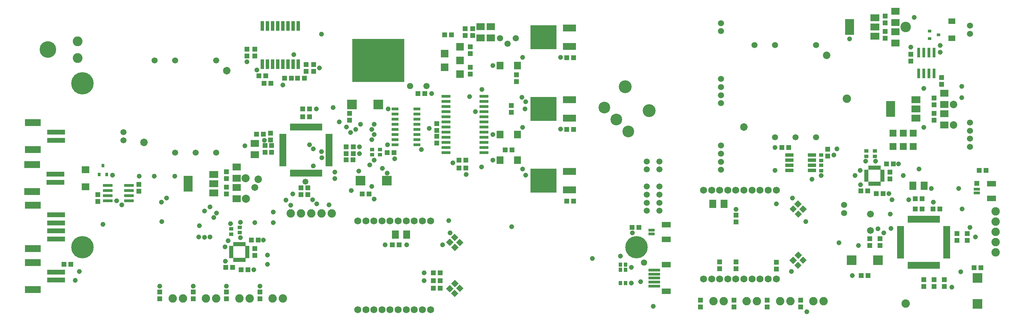
<source format=gts>
G75*
G70*
%OFA0B0*%
%FSLAX24Y24*%
%IPPOS*%
%LPD*%
%AMOC8*
5,1,8,0,0,1.08239X$1,22.5*
%
%ADD10R,0.0198X0.0671*%
%ADD11R,0.0671X0.0198*%
%ADD12C,0.0820*%
%ADD13R,0.0513X0.0513*%
%ADD14R,0.0789X0.0710*%
%ADD15R,0.0513X0.0474*%
%ADD16R,0.0966X0.0966*%
%ADD17R,0.0860X0.0290*%
%ADD18R,0.0678X0.0722*%
%ADD19R,0.1261X0.0710*%
%ADD20R,0.2550X0.2360*%
%ADD21C,0.1261*%
%ADD22C,0.1145*%
%ADD23R,0.1143X0.0316*%
%ADD24R,0.0867X0.0552*%
%ADD25R,0.0356X0.0434*%
%ADD26C,0.0680*%
%ADD27R,0.0513X0.0513*%
%ADD28R,0.0710X0.0789*%
%ADD29R,0.0218X0.0415*%
%ADD30R,0.0395X0.0218*%
%ADD31R,0.1537X0.0671*%
%ADD32R,0.1734X0.0513*%
%ADD33R,0.0434X0.0356*%
%ADD34C,0.0595*%
%ADD35C,0.0730*%
%ADD36C,0.0954*%
%ADD37C,0.1619*%
%ADD38R,0.0336X0.0966*%
%ADD39R,0.0690X0.0316*%
%ADD40R,0.0946X0.0316*%
%ADD41R,0.0730X0.0730*%
%ADD42C,0.2030*%
%ADD43R,0.5080X0.4230*%
%ADD44R,0.0316X0.0336*%
%ADD45R,0.0722X0.0678*%
%ADD46R,0.0870X0.0670*%
%ADD47R,0.0870X0.1580*%
%ADD48R,0.0611X0.0316*%
%ADD49C,0.0580*%
%ADD50C,0.2180*%
%ADD51R,0.0474X0.0513*%
%ADD52R,0.0336X0.0316*%
%ADD53R,0.0659X0.0580*%
%ADD54R,0.0674X0.0674*%
%ADD55R,0.0316X0.0946*%
%ADD56R,0.0789X0.0336*%
%ADD57C,0.0476*%
%ADD58C,0.0611*%
%ADD59C,0.0789*%
%ADD60C,0.0671*%
%ADD61C,0.1025*%
%ADD62R,0.0476X0.0476*%
D10*
X026477Y014459D03*
X026674Y014459D03*
X026870Y014459D03*
X027067Y014459D03*
X027264Y014459D03*
X027461Y014459D03*
X027658Y014459D03*
X027855Y014459D03*
X028052Y014459D03*
X028248Y014459D03*
X028445Y014459D03*
X028642Y014459D03*
X028839Y014459D03*
X029036Y014459D03*
X029233Y014459D03*
X029430Y014459D03*
X029430Y018948D03*
X029233Y018948D03*
X029036Y018948D03*
X028839Y018948D03*
X028642Y018948D03*
X028445Y018948D03*
X028248Y018948D03*
X028052Y018948D03*
X027855Y018948D03*
X027658Y018948D03*
X027461Y018948D03*
X027264Y018948D03*
X027067Y018948D03*
X026870Y018948D03*
X026674Y018948D03*
X026477Y018948D03*
X086677Y009948D03*
X086874Y009948D03*
X087070Y009948D03*
X087267Y009948D03*
X087464Y009948D03*
X087661Y009948D03*
X087858Y009948D03*
X088055Y009948D03*
X088252Y009948D03*
X088448Y009948D03*
X088645Y009948D03*
X088842Y009948D03*
X089039Y009948D03*
X089236Y009948D03*
X089433Y009948D03*
X089630Y009948D03*
X089630Y005459D03*
X089433Y005459D03*
X089236Y005459D03*
X089039Y005459D03*
X088842Y005459D03*
X088645Y005459D03*
X088448Y005459D03*
X088252Y005459D03*
X088055Y005459D03*
X087858Y005459D03*
X087661Y005459D03*
X087464Y005459D03*
X087267Y005459D03*
X087070Y005459D03*
X086874Y005459D03*
X086677Y005459D03*
D11*
X085909Y006227D03*
X085909Y006424D03*
X085909Y006621D03*
X085909Y006818D03*
X085909Y007015D03*
X085909Y007211D03*
X085909Y007408D03*
X085909Y007605D03*
X085909Y007802D03*
X085909Y007999D03*
X085909Y008196D03*
X085909Y008393D03*
X085909Y008589D03*
X085909Y008786D03*
X085909Y008983D03*
X085909Y009180D03*
X090397Y009180D03*
X090397Y008983D03*
X090397Y008786D03*
X090397Y008589D03*
X090397Y008393D03*
X090397Y008196D03*
X090397Y007999D03*
X090397Y007802D03*
X090397Y007605D03*
X090397Y007408D03*
X090397Y007211D03*
X090397Y007015D03*
X090397Y006818D03*
X090397Y006621D03*
X090397Y006424D03*
X090397Y006227D03*
X030197Y015227D03*
X030197Y015424D03*
X030197Y015621D03*
X030197Y015818D03*
X030197Y016015D03*
X030197Y016211D03*
X030197Y016408D03*
X030197Y016605D03*
X030197Y016802D03*
X030197Y016999D03*
X030197Y017196D03*
X030197Y017393D03*
X030197Y017589D03*
X030197Y017786D03*
X030197Y017983D03*
X030197Y018180D03*
X025709Y018180D03*
X025709Y017983D03*
X025709Y017786D03*
X025709Y017589D03*
X025709Y017393D03*
X025709Y017196D03*
X025709Y016999D03*
X025709Y016802D03*
X025709Y016605D03*
X025709Y016408D03*
X025709Y016211D03*
X025709Y016015D03*
X025709Y015818D03*
X025709Y015621D03*
X025709Y015424D03*
X025709Y015227D03*
D12*
X026453Y010504D03*
X027453Y010504D03*
X028453Y010504D03*
X029453Y010504D03*
X030453Y010504D03*
X025703Y002204D03*
X024703Y002204D03*
X022453Y002204D03*
X021453Y002204D03*
X019203Y002204D03*
X018203Y002204D03*
X015953Y002204D03*
X014953Y002204D03*
X067653Y001954D03*
X068653Y001954D03*
X070903Y001954D03*
X071903Y001954D03*
X074153Y001954D03*
X075153Y001954D03*
X077403Y001954D03*
X078403Y001954D03*
X086403Y001704D03*
X095153Y006704D03*
X095153Y007704D03*
X095153Y008704D03*
X095153Y009704D03*
X095153Y010704D03*
X080653Y021704D03*
D13*
X089903Y023119D03*
X089903Y023788D03*
X086903Y025369D03*
X086903Y026038D03*
X084403Y027619D03*
X084403Y028288D03*
X084403Y029119D03*
X084403Y029788D03*
X054038Y025704D03*
X053369Y025704D03*
X048453Y024038D03*
X048453Y023369D03*
X043953Y024119D03*
X043953Y024788D03*
X043953Y026119D03*
X043953Y026788D03*
X044203Y027869D03*
X043453Y027869D03*
X043453Y028538D03*
X044203Y028538D03*
X042138Y027954D03*
X041469Y027954D03*
X028703Y025038D03*
X027953Y025038D03*
X027953Y024369D03*
X028703Y024369D03*
X027788Y023704D03*
X027119Y023704D03*
X026538Y023704D03*
X025869Y023704D03*
X024538Y023204D03*
X023869Y023204D03*
X024038Y023954D03*
X023369Y023954D03*
X022953Y025869D03*
X022203Y025869D03*
X022203Y026538D03*
X022953Y026538D03*
X038869Y022204D03*
X039538Y022204D03*
X032203Y020288D03*
X032203Y019619D03*
X028288Y019954D03*
X027619Y019954D03*
X027619Y020704D03*
X028288Y020704D03*
X024503Y018338D03*
X023788Y018254D03*
X023119Y018254D03*
X024503Y017669D03*
X024603Y017138D03*
X023953Y017138D03*
X023953Y016469D03*
X024603Y016469D03*
X020203Y014588D03*
X020203Y013919D03*
X020203Y013088D03*
X020203Y012419D03*
X027469Y012354D03*
X028138Y012354D03*
X028138Y013004D03*
X027469Y013004D03*
X033419Y012404D03*
X034088Y012404D03*
X042869Y014954D03*
X043538Y014954D03*
X043538Y015704D03*
X042869Y015704D03*
X040703Y017369D03*
X040703Y018038D03*
X040703Y018619D03*
X040703Y019288D03*
X047953Y020369D03*
X047953Y021038D03*
X053369Y018704D03*
X054038Y018704D03*
X048038Y016704D03*
X047369Y016704D03*
X036538Y016454D03*
X035869Y016454D03*
X032553Y016349D03*
X031853Y016349D03*
X031853Y017018D03*
X032553Y017018D03*
X011653Y013338D03*
X011653Y012669D03*
X007653Y012338D03*
X007653Y011669D03*
X022619Y007904D03*
X023288Y007904D03*
X022953Y007088D03*
X022953Y006419D03*
X020788Y005254D03*
X020119Y005254D03*
X021619Y005004D03*
X022288Y005004D03*
X023453Y002838D03*
X023453Y002169D03*
X020203Y002169D03*
X020203Y002838D03*
X016953Y002838D03*
X016953Y002169D03*
X013703Y002169D03*
X013703Y002838D03*
X005038Y005554D03*
X004369Y005554D03*
X036369Y007454D03*
X037038Y007454D03*
X040369Y004704D03*
X041038Y004704D03*
X041038Y003954D03*
X040369Y003954D03*
X040369Y003204D03*
X041038Y003204D03*
X059719Y009154D03*
X060388Y009154D03*
X054038Y011704D03*
X053369Y011704D03*
X069853Y010338D03*
X069853Y009669D03*
X069853Y005788D03*
X069853Y005119D03*
X068253Y005119D03*
X068253Y005788D03*
X073803Y005738D03*
X073803Y005069D03*
X072903Y002038D03*
X072903Y001369D03*
X069653Y001369D03*
X069653Y002038D03*
X066403Y002038D03*
X066403Y001369D03*
X076153Y001369D03*
X076153Y002038D03*
X082069Y004454D03*
X082738Y004454D03*
X089153Y004038D03*
X090153Y004038D03*
X090153Y003369D03*
X089153Y003369D03*
X093069Y005204D03*
X093738Y005204D03*
X092403Y007869D03*
X091403Y007869D03*
X091403Y008538D03*
X092403Y008538D03*
X089738Y010954D03*
X089069Y010954D03*
X087988Y010954D03*
X087319Y010954D03*
X087319Y011954D03*
X087988Y011954D03*
X084188Y012454D03*
X083519Y012454D03*
X082688Y012704D03*
X082019Y012704D03*
X084853Y013869D03*
X084853Y014538D03*
X084519Y015354D03*
X085188Y015354D03*
X078803Y016119D03*
X078803Y016788D03*
X074988Y016954D03*
X074319Y016954D03*
X093569Y014704D03*
X094238Y014704D03*
X083903Y008038D03*
X082903Y008038D03*
X082903Y007369D03*
X083903Y007369D03*
D14*
X090153Y019152D03*
X090153Y020255D03*
X090153Y021152D03*
X090153Y022255D03*
X085403Y027152D03*
X085403Y028255D03*
X085403Y029152D03*
X085403Y030255D03*
X045953Y028755D03*
X044953Y028755D03*
X044953Y027652D03*
X045953Y027652D03*
X022953Y017355D03*
X022953Y016252D03*
X021203Y015055D03*
X021203Y013952D03*
X021203Y013055D03*
X021203Y011952D03*
D15*
X031869Y015754D03*
X032538Y015754D03*
D16*
X033274Y013704D03*
X035833Y013704D03*
X034983Y021154D03*
X032424Y021154D03*
X081124Y005954D03*
X083683Y005954D03*
X093403Y004233D03*
X093403Y001674D03*
D17*
X045298Y016454D03*
X045298Y016954D03*
X045298Y017454D03*
X045298Y017954D03*
X045298Y018454D03*
X045298Y018954D03*
X045298Y019454D03*
X045298Y019954D03*
X045298Y020454D03*
X045298Y020954D03*
X045298Y021454D03*
X045298Y021954D03*
X041608Y021954D03*
X041608Y021454D03*
X041608Y020954D03*
X041608Y020454D03*
X041608Y019954D03*
X041608Y019454D03*
X041608Y018954D03*
X041608Y018454D03*
X041608Y017954D03*
X041608Y017454D03*
X041608Y016954D03*
X041608Y016454D03*
D18*
X046857Y015704D03*
X048550Y015704D03*
X048550Y018204D03*
X046857Y018204D03*
X046857Y024954D03*
X048550Y024954D03*
D19*
X053613Y026804D03*
X053613Y028604D03*
X053613Y021604D03*
X053613Y019804D03*
X053613Y014604D03*
X053613Y012804D03*
D20*
X051078Y013704D03*
X051078Y020704D03*
X051078Y027704D03*
D21*
X059043Y022884D03*
X061384Y020544D03*
D22*
X058184Y019685D03*
X059351Y018518D03*
X057018Y020851D03*
D23*
X061878Y004991D03*
X061878Y004597D03*
X061878Y004204D03*
X061878Y003810D03*
X061878Y003416D03*
D24*
X063059Y002904D03*
X063059Y005503D03*
X063059Y007995D03*
X063059Y009412D03*
X094759Y011995D03*
X094759Y013412D03*
D25*
X059109Y005504D03*
X058597Y005504D03*
X058597Y005004D03*
X059109Y005004D03*
X059109Y003704D03*
X058597Y003704D03*
D26*
X066691Y004123D03*
X067478Y004123D03*
X068265Y004123D03*
X069053Y004123D03*
X069840Y004123D03*
X070628Y004123D03*
X071415Y004123D03*
X072202Y004123D03*
X072990Y004123D03*
X073777Y004123D03*
X073777Y012784D03*
X072990Y012784D03*
X072202Y012784D03*
X071415Y012784D03*
X070628Y012784D03*
X069840Y012784D03*
X069053Y012784D03*
X068265Y012784D03*
X067478Y012784D03*
X066691Y012784D03*
X040077Y009784D03*
X039290Y009784D03*
X038502Y009784D03*
X037715Y009784D03*
X036928Y009784D03*
X036140Y009784D03*
X035353Y009784D03*
X034565Y009784D03*
X033778Y009784D03*
X032991Y009784D03*
X032991Y001123D03*
X033778Y001123D03*
X034565Y001123D03*
X035353Y001123D03*
X036140Y001123D03*
X036928Y001123D03*
X037715Y001123D03*
X038502Y001123D03*
X039290Y001123D03*
X040077Y001123D03*
D27*
G36*
X042440Y002355D02*
X042078Y002717D01*
X042440Y003079D01*
X042802Y002717D01*
X042440Y002355D01*
G37*
G36*
X041966Y002828D02*
X041604Y003190D01*
X041966Y003552D01*
X042328Y003190D01*
X041966Y002828D01*
G37*
G36*
X042940Y002855D02*
X042578Y003217D01*
X042940Y003579D01*
X043302Y003217D01*
X042940Y002855D01*
G37*
G36*
X042466Y003328D02*
X042104Y003690D01*
X042466Y004052D01*
X042828Y003690D01*
X042466Y003328D01*
G37*
G36*
X042828Y007217D02*
X042466Y006855D01*
X042104Y007217D01*
X042466Y007579D01*
X042828Y007217D01*
G37*
G36*
X043302Y007690D02*
X042940Y007328D01*
X042578Y007690D01*
X042940Y008052D01*
X043302Y007690D01*
G37*
G36*
X042802Y008190D02*
X042440Y007828D01*
X042078Y008190D01*
X042440Y008552D01*
X042802Y008190D01*
G37*
G36*
X042328Y007717D02*
X041966Y007355D01*
X041604Y007717D01*
X041966Y008079D01*
X042328Y007717D01*
G37*
G36*
X075416Y005578D02*
X075054Y005940D01*
X075416Y006302D01*
X075778Y005940D01*
X075416Y005578D01*
G37*
G36*
X075890Y005105D02*
X075528Y005467D01*
X075890Y005829D01*
X076252Y005467D01*
X075890Y005105D01*
G37*
G36*
X076390Y005605D02*
X076028Y005967D01*
X076390Y006329D01*
X076752Y005967D01*
X076390Y005605D01*
G37*
G36*
X075916Y006078D02*
X075554Y006440D01*
X075916Y006802D01*
X076278Y006440D01*
X075916Y006078D01*
G37*
G36*
X076278Y010467D02*
X075916Y010105D01*
X075554Y010467D01*
X075916Y010829D01*
X076278Y010467D01*
G37*
G36*
X076752Y010940D02*
X076390Y010578D01*
X076028Y010940D01*
X076390Y011302D01*
X076752Y010940D01*
G37*
G36*
X076252Y011440D02*
X075890Y011078D01*
X075528Y011440D01*
X075890Y011802D01*
X076252Y011440D01*
G37*
G36*
X075778Y010967D02*
X075416Y010605D01*
X075054Y010967D01*
X075416Y011329D01*
X075778Y010967D01*
G37*
D28*
X068704Y011454D03*
X067602Y011454D03*
X087102Y013204D03*
X088204Y013204D03*
X037754Y008454D03*
X036652Y008454D03*
D29*
X021945Y007531D03*
X021748Y007531D03*
X021552Y007531D03*
X021355Y007531D03*
X021158Y007531D03*
X020961Y007531D03*
X020961Y005976D03*
X021158Y005976D03*
X021355Y005976D03*
X021552Y005976D03*
X021748Y005976D03*
X021945Y005976D03*
X082861Y013426D03*
X083058Y013426D03*
X083255Y013426D03*
X083452Y013426D03*
X083648Y013426D03*
X083845Y013426D03*
X083845Y014981D03*
X083648Y014981D03*
X083452Y014981D03*
X083255Y014981D03*
X083058Y014981D03*
X082861Y014981D03*
D30*
X082566Y014696D03*
X082566Y014499D03*
X082566Y014302D03*
X082566Y014105D03*
X082566Y013908D03*
X082566Y013711D03*
X084141Y013711D03*
X084141Y013908D03*
X084141Y014105D03*
X084141Y014302D03*
X084141Y014499D03*
X084141Y014696D03*
X022241Y007246D03*
X022241Y007049D03*
X022241Y006852D03*
X022241Y006655D03*
X022241Y006458D03*
X022241Y006261D03*
X020666Y006261D03*
X020666Y006458D03*
X020666Y006655D03*
X020666Y006852D03*
X020666Y007049D03*
X020666Y007246D03*
D31*
X001321Y003085D03*
X001321Y005722D03*
X001321Y007097D03*
X001321Y011310D03*
X001271Y012635D03*
X001271Y015272D03*
X001321Y016735D03*
X001321Y019372D03*
D32*
X003585Y018447D03*
X003585Y017660D03*
X003535Y014347D03*
X003535Y013560D03*
X003585Y010385D03*
X003585Y009597D03*
X003585Y008810D03*
X003585Y008022D03*
X003585Y004797D03*
X003585Y004010D03*
D33*
X020653Y008498D03*
X021478Y008648D03*
X021478Y009159D03*
X020653Y009009D03*
X034403Y016248D03*
X034403Y016759D03*
X035153Y016759D03*
X035153Y016248D03*
X078153Y016209D03*
X078153Y015698D03*
X078153Y015209D03*
X078153Y014698D03*
X082553Y016098D03*
X083403Y016098D03*
X083403Y016609D03*
X082553Y016609D03*
D34*
X077653Y017954D03*
X075653Y017954D03*
X073653Y017954D03*
X068403Y017135D03*
X068403Y016347D03*
X068403Y015560D03*
X068403Y014772D03*
X062403Y014810D03*
X061153Y014810D03*
X061153Y015597D03*
X062403Y015597D03*
X062403Y013135D03*
X061153Y013135D03*
X061153Y012347D03*
X062403Y012347D03*
X062403Y011560D03*
X061153Y011560D03*
X061153Y010772D03*
X062403Y010772D03*
X080403Y010560D03*
X080403Y011347D03*
X092653Y017022D03*
X092653Y017810D03*
X092653Y018597D03*
X092653Y019385D03*
X077653Y026954D03*
X073653Y026954D03*
X071653Y026954D03*
X068403Y028310D03*
X068403Y029097D03*
X068403Y023635D03*
X068403Y022847D03*
X068403Y022060D03*
X068403Y021272D03*
X092653Y028060D03*
X092653Y028847D03*
X019203Y025454D03*
X015203Y025454D03*
X013203Y025454D03*
X010153Y018447D03*
X010153Y017660D03*
X015203Y016454D03*
X017203Y016454D03*
X019203Y016454D03*
D35*
X012168Y017454D03*
X023303Y013854D03*
X020239Y024454D03*
X070618Y018954D03*
X091053Y019154D03*
X091053Y021154D03*
X078689Y025954D03*
D36*
X005691Y025689D03*
X005691Y027319D03*
D37*
X002802Y026504D03*
D38*
X023703Y025083D03*
X024203Y025083D03*
X024703Y025083D03*
X025203Y025083D03*
X025703Y025083D03*
X026203Y025083D03*
X026703Y025083D03*
X027203Y025083D03*
X027203Y028824D03*
X026703Y028824D03*
X026203Y028824D03*
X025703Y028824D03*
X025203Y028824D03*
X024703Y028824D03*
X024203Y028824D03*
X023703Y028824D03*
D39*
X036640Y020704D03*
X036640Y020204D03*
X036640Y019704D03*
X036640Y019204D03*
X036640Y018704D03*
X036640Y018204D03*
X036640Y017704D03*
X036640Y017204D03*
X038766Y017204D03*
X038766Y017704D03*
X038766Y018204D03*
X038766Y018704D03*
X038766Y019204D03*
X038766Y019704D03*
X038766Y020204D03*
X038766Y020704D03*
D40*
X010677Y013254D03*
X010677Y012754D03*
X010677Y012254D03*
X010677Y011754D03*
X008630Y011754D03*
X008630Y012254D03*
X008630Y012754D03*
X008630Y013254D03*
D41*
X041453Y024784D03*
X042953Y024114D03*
X042953Y025454D03*
X041453Y026124D03*
X042953Y026794D03*
D42*
X034083Y025454D03*
D43*
X034983Y025454D03*
D44*
X008153Y015196D03*
X007779Y014311D03*
X008527Y014311D03*
D45*
X006453Y014800D03*
X006453Y013107D03*
D46*
X018943Y013414D03*
X018943Y014314D03*
X018943Y012514D03*
X083393Y027814D03*
X083393Y028714D03*
X083393Y029614D03*
X087393Y021614D03*
X087393Y020714D03*
X087393Y019814D03*
D47*
X084913Y020704D03*
X080913Y028704D03*
X016463Y013404D03*
D48*
X061613Y008900D03*
X061613Y008507D03*
X093313Y012507D03*
X093313Y012900D03*
D49*
X027903Y013604D03*
D50*
X006153Y007204D03*
X006153Y023204D03*
X060153Y007204D03*
D51*
X088153Y004038D03*
X088153Y003369D03*
X089153Y019619D03*
X089153Y020288D03*
X089153Y021119D03*
X089153Y021788D03*
D52*
X088710Y027580D03*
X089596Y027954D03*
X088710Y028328D03*
D53*
X090903Y027607D03*
X090903Y029300D03*
D54*
X087133Y018354D03*
X086153Y018354D03*
X085173Y018354D03*
X085173Y017054D03*
X086153Y017054D03*
X087133Y017054D03*
D55*
X087653Y024180D03*
X088153Y024180D03*
X088653Y024180D03*
X089153Y024180D03*
X089153Y026227D03*
X088653Y026227D03*
X088153Y026227D03*
X087653Y026227D03*
D56*
X077256Y016204D03*
X077256Y015704D03*
X077256Y015204D03*
X077256Y014704D03*
X075051Y014704D03*
X075051Y015204D03*
X075051Y015704D03*
X075051Y016204D03*
D57*
X073653Y016954D03*
X079403Y016204D03*
X079703Y016804D03*
X082503Y015604D03*
X083453Y015604D03*
X085703Y015354D03*
X087703Y014854D03*
X086153Y014204D03*
X088903Y012954D03*
X091553Y012964D03*
X089103Y011604D03*
X086703Y011854D03*
X085053Y011854D03*
X084753Y012454D03*
X082003Y013304D03*
X081453Y014222D03*
X081953Y014704D03*
X078153Y014204D03*
X077253Y013854D03*
X073653Y014704D03*
X075353Y012004D03*
X073777Y011454D03*
X069853Y010904D03*
X076653Y009704D03*
X079903Y007654D03*
X081803Y007379D03*
X084253Y008604D03*
X083703Y009004D03*
X084953Y009054D03*
X084903Y010454D03*
X091903Y010954D03*
X092653Y009154D03*
X093203Y008229D03*
X091753Y004804D03*
X090893Y003324D03*
X081178Y004454D03*
X075253Y004854D03*
X076753Y000904D03*
X061803Y001454D03*
X059653Y003704D03*
X060573Y003834D03*
X059653Y005254D03*
X058603Y006354D03*
X055853Y006104D03*
X059753Y008604D03*
X048003Y009204D03*
X042003Y008604D03*
X041853Y009804D03*
X041253Y007454D03*
X037773Y007454D03*
X035653Y007454D03*
X039453Y004704D03*
X039453Y003954D03*
X024203Y005554D03*
X022853Y005004D03*
X020103Y005854D03*
X020053Y007254D03*
X020353Y007854D03*
X021553Y008154D03*
X023803Y007904D03*
X024203Y006454D03*
X018603Y008204D03*
X018053Y008195D03*
X017503Y008204D03*
X017553Y009304D03*
X018953Y010104D03*
X019213Y010554D03*
X018053Y010754D03*
X018603Y011154D03*
X021553Y009634D03*
X020583Y009504D03*
X022953Y009604D03*
X024753Y009604D03*
X024753Y010654D03*
X026453Y011304D03*
X026003Y011804D03*
X026653Y012404D03*
X028603Y011854D03*
X029003Y011454D03*
X030203Y011354D03*
X034603Y011904D03*
X032353Y012754D03*
X034353Y013154D03*
X035853Y014454D03*
X035403Y014904D03*
X034153Y015254D03*
X033103Y014654D03*
X034593Y015704D03*
X033153Y016354D03*
X033153Y017004D03*
X034353Y017704D03*
X034603Y018204D03*
X034353Y018704D03*
X034603Y019204D03*
X033253Y019204D03*
X031903Y018954D03*
X032803Y018704D03*
X032303Y018404D03*
X031203Y019454D03*
X030603Y020854D03*
X028953Y020704D03*
X025703Y023054D03*
X023153Y024504D03*
X022203Y025304D03*
X026753Y026004D03*
X029253Y024704D03*
X029453Y028004D03*
X045078Y022604D03*
X043878Y021929D03*
X044453Y020454D03*
X049003Y021854D03*
X049353Y021404D03*
X049303Y020704D03*
X049053Y018904D03*
X046153Y018204D03*
X039953Y018804D03*
X035903Y017204D03*
X039203Y016754D03*
X036603Y015854D03*
X042253Y015454D03*
X045053Y015054D03*
X046153Y015704D03*
X049053Y014854D03*
X049353Y014254D03*
X043553Y014304D03*
X052753Y018754D03*
X040203Y022204D03*
X035953Y020704D03*
X028303Y017204D03*
X028653Y016804D03*
X029453Y016554D03*
X029503Y015954D03*
X028653Y015154D03*
X030753Y014554D03*
X030753Y013904D03*
X022003Y017104D03*
X023903Y017654D03*
X015153Y014154D03*
X013153Y014154D03*
X011703Y014154D03*
X009103Y014254D03*
X014353Y012004D03*
X013853Y011604D03*
X010003Y011354D03*
X009503Y011754D03*
X013903Y009704D03*
X008153Y009454D03*
X005863Y004864D03*
X005453Y003984D03*
X013703Y003404D03*
X016953Y003404D03*
X020203Y003404D03*
X023453Y003404D03*
X088153Y018904D03*
X091853Y021804D03*
X091853Y022904D03*
X088153Y022704D03*
X089753Y026254D03*
X089758Y026919D03*
X086903Y026754D03*
X080913Y027534D03*
X087228Y029639D03*
X052753Y025754D03*
X049053Y025754D03*
X046153Y024954D03*
D58*
X039703Y022954D03*
X038103Y022954D03*
X047578Y027079D03*
X046853Y027629D03*
X048378Y027629D03*
X060903Y005704D03*
D59*
X022103Y011954D03*
X022053Y013954D03*
D60*
X022953Y013054D03*
X082953Y010454D03*
X082953Y008854D03*
D61*
X086403Y028704D03*
D62*
X093313Y013454D03*
M02*

</source>
